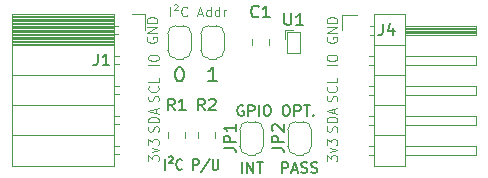
<source format=gbr>
G04 #@! TF.GenerationSoftware,KiCad,Pcbnew,5.0.0*
G04 #@! TF.CreationDate,2018-11-11T14:48:16-05:00*
G04 #@! TF.ProjectId,Pi-Temp_Humidity,50692D54656D705F48756D6964697479,rev?*
G04 #@! TF.SameCoordinates,Original*
G04 #@! TF.FileFunction,Legend,Top*
G04 #@! TF.FilePolarity,Positive*
%FSLAX46Y46*%
G04 Gerber Fmt 4.6, Leading zero omitted, Abs format (unit mm)*
G04 Created by KiCad (PCBNEW 5.0.0) date Sun Nov 11 14:48:16 2018*
%MOMM*%
%LPD*%
G01*
G04 APERTURE LIST*
%ADD10C,0.100000*%
%ADD11C,0.150000*%
%ADD12C,0.200000*%
%ADD13C,0.120000*%
G04 APERTURE END LIST*
D10*
X200305142Y-84239047D02*
X199405142Y-84239047D01*
X199405142Y-83705714D02*
X199405142Y-83553333D01*
X199448000Y-83477142D01*
X199533714Y-83400952D01*
X199705142Y-83362857D01*
X200005142Y-83362857D01*
X200176571Y-83400952D01*
X200262285Y-83477142D01*
X200305142Y-83553333D01*
X200305142Y-83705714D01*
X200262285Y-83781904D01*
X200176571Y-83858095D01*
X200005142Y-83896190D01*
X199705142Y-83896190D01*
X199533714Y-83858095D01*
X199448000Y-83781904D01*
X199405142Y-83705714D01*
D11*
X195625428Y-93371142D02*
X195625428Y-92471142D01*
X195968285Y-92471142D01*
X196054000Y-92514000D01*
X196096857Y-92556857D01*
X196139714Y-92642571D01*
X196139714Y-92771142D01*
X196096857Y-92856857D01*
X196054000Y-92899714D01*
X195968285Y-92942571D01*
X195625428Y-92942571D01*
X196482571Y-93114000D02*
X196911142Y-93114000D01*
X196396857Y-93371142D02*
X196696857Y-92471142D01*
X196996857Y-93371142D01*
X197254000Y-93328285D02*
X197382571Y-93371142D01*
X197596857Y-93371142D01*
X197682571Y-93328285D01*
X197725428Y-93285428D01*
X197768285Y-93199714D01*
X197768285Y-93114000D01*
X197725428Y-93028285D01*
X197682571Y-92985428D01*
X197596857Y-92942571D01*
X197425428Y-92899714D01*
X197339714Y-92856857D01*
X197296857Y-92814000D01*
X197254000Y-92728285D01*
X197254000Y-92642571D01*
X197296857Y-92556857D01*
X197339714Y-92514000D01*
X197425428Y-92471142D01*
X197639714Y-92471142D01*
X197768285Y-92514000D01*
X198111142Y-93328285D02*
X198239714Y-93371142D01*
X198454000Y-93371142D01*
X198539714Y-93328285D01*
X198582571Y-93285428D01*
X198625428Y-93199714D01*
X198625428Y-93114000D01*
X198582571Y-93028285D01*
X198539714Y-92985428D01*
X198454000Y-92942571D01*
X198282571Y-92899714D01*
X198196857Y-92856857D01*
X198154000Y-92814000D01*
X198111142Y-92728285D01*
X198111142Y-92642571D01*
X198154000Y-92556857D01*
X198196857Y-92514000D01*
X198282571Y-92471142D01*
X198496857Y-92471142D01*
X198625428Y-92514000D01*
X192225714Y-93371142D02*
X192225714Y-92471142D01*
X192654285Y-93371142D02*
X192654285Y-92471142D01*
X193168571Y-93371142D01*
X193168571Y-92471142D01*
X193468571Y-92471142D02*
X193982857Y-92471142D01*
X193725714Y-93371142D02*
X193725714Y-92471142D01*
X192350571Y-87688000D02*
X192264857Y-87645142D01*
X192136285Y-87645142D01*
X192007714Y-87688000D01*
X191922000Y-87773714D01*
X191879142Y-87859428D01*
X191836285Y-88030857D01*
X191836285Y-88159428D01*
X191879142Y-88330857D01*
X191922000Y-88416571D01*
X192007714Y-88502285D01*
X192136285Y-88545142D01*
X192222000Y-88545142D01*
X192350571Y-88502285D01*
X192393428Y-88459428D01*
X192393428Y-88159428D01*
X192222000Y-88159428D01*
X192779142Y-88545142D02*
X192779142Y-87645142D01*
X193122000Y-87645142D01*
X193207714Y-87688000D01*
X193250571Y-87730857D01*
X193293428Y-87816571D01*
X193293428Y-87945142D01*
X193250571Y-88030857D01*
X193207714Y-88073714D01*
X193122000Y-88116571D01*
X192779142Y-88116571D01*
X193679142Y-88545142D02*
X193679142Y-87645142D01*
X194279142Y-87645142D02*
X194450571Y-87645142D01*
X194536285Y-87688000D01*
X194622000Y-87773714D01*
X194664857Y-87945142D01*
X194664857Y-88245142D01*
X194622000Y-88416571D01*
X194536285Y-88502285D01*
X194450571Y-88545142D01*
X194279142Y-88545142D01*
X194193428Y-88502285D01*
X194107714Y-88416571D01*
X194064857Y-88245142D01*
X194064857Y-87945142D01*
X194107714Y-87773714D01*
X194193428Y-87688000D01*
X194279142Y-87645142D01*
X195907714Y-87645142D02*
X196079142Y-87645142D01*
X196164857Y-87688000D01*
X196250571Y-87773714D01*
X196293428Y-87945142D01*
X196293428Y-88245142D01*
X196250571Y-88416571D01*
X196164857Y-88502285D01*
X196079142Y-88545142D01*
X195907714Y-88545142D01*
X195822000Y-88502285D01*
X195736285Y-88416571D01*
X195693428Y-88245142D01*
X195693428Y-87945142D01*
X195736285Y-87773714D01*
X195822000Y-87688000D01*
X195907714Y-87645142D01*
X196679142Y-88545142D02*
X196679142Y-87645142D01*
X197022000Y-87645142D01*
X197107714Y-87688000D01*
X197150571Y-87730857D01*
X197193428Y-87816571D01*
X197193428Y-87945142D01*
X197150571Y-88030857D01*
X197107714Y-88073714D01*
X197022000Y-88116571D01*
X196679142Y-88116571D01*
X197450571Y-87645142D02*
X197964857Y-87645142D01*
X197707714Y-88545142D02*
X197707714Y-87645142D01*
X198264857Y-88459428D02*
X198307714Y-88502285D01*
X198264857Y-88545142D01*
X198222000Y-88502285D01*
X198264857Y-88459428D01*
X198264857Y-88545142D01*
D12*
X190080857Y-85632857D02*
X189395142Y-85632857D01*
X189738000Y-85632857D02*
X189738000Y-84432857D01*
X189623714Y-84604285D01*
X189509428Y-84718571D01*
X189395142Y-84775714D01*
X187001142Y-84432857D02*
X186886857Y-84432857D01*
X186772571Y-84490000D01*
X186715428Y-84547142D01*
X186658285Y-84661428D01*
X186601142Y-84890000D01*
X186601142Y-85175714D01*
X186658285Y-85404285D01*
X186715428Y-85518571D01*
X186772571Y-85575714D01*
X186886857Y-85632857D01*
X187001142Y-85632857D01*
X187115428Y-85575714D01*
X187172571Y-85518571D01*
X187229714Y-85404285D01*
X187286857Y-85175714D01*
X187286857Y-84890000D01*
X187229714Y-84661428D01*
X187172571Y-84547142D01*
X187115428Y-84490000D01*
X187001142Y-84432857D01*
D10*
X199448000Y-81889523D02*
X199405142Y-81965714D01*
X199405142Y-82080000D01*
X199448000Y-82194285D01*
X199533714Y-82270476D01*
X199619428Y-82308571D01*
X199790857Y-82346666D01*
X199919428Y-82346666D01*
X200090857Y-82308571D01*
X200176571Y-82270476D01*
X200262285Y-82194285D01*
X200305142Y-82080000D01*
X200305142Y-82003809D01*
X200262285Y-81889523D01*
X200219428Y-81851428D01*
X199919428Y-81851428D01*
X199919428Y-82003809D01*
X200305142Y-81508571D02*
X199405142Y-81508571D01*
X200305142Y-81051428D01*
X199405142Y-81051428D01*
X200305142Y-80670476D02*
X199405142Y-80670476D01*
X199405142Y-80480000D01*
X199448000Y-80365714D01*
X199533714Y-80289523D01*
X199619428Y-80251428D01*
X199790857Y-80213333D01*
X199919428Y-80213333D01*
X200090857Y-80251428D01*
X200176571Y-80289523D01*
X200262285Y-80365714D01*
X200305142Y-80480000D01*
X200305142Y-80670476D01*
X200262285Y-87312380D02*
X200305142Y-87198095D01*
X200305142Y-87007619D01*
X200262285Y-86931428D01*
X200219428Y-86893333D01*
X200133714Y-86855238D01*
X200048000Y-86855238D01*
X199962285Y-86893333D01*
X199919428Y-86931428D01*
X199876571Y-87007619D01*
X199833714Y-87160000D01*
X199790857Y-87236190D01*
X199748000Y-87274285D01*
X199662285Y-87312380D01*
X199576571Y-87312380D01*
X199490857Y-87274285D01*
X199448000Y-87236190D01*
X199405142Y-87160000D01*
X199405142Y-86969523D01*
X199448000Y-86855238D01*
X200219428Y-86055238D02*
X200262285Y-86093333D01*
X200305142Y-86207619D01*
X200305142Y-86283809D01*
X200262285Y-86398095D01*
X200176571Y-86474285D01*
X200090857Y-86512380D01*
X199919428Y-86550476D01*
X199790857Y-86550476D01*
X199619428Y-86512380D01*
X199533714Y-86474285D01*
X199448000Y-86398095D01*
X199405142Y-86283809D01*
X199405142Y-86207619D01*
X199448000Y-86093333D01*
X199490857Y-86055238D01*
X200305142Y-85331428D02*
X200305142Y-85712380D01*
X199405142Y-85712380D01*
X200262285Y-89871428D02*
X200305142Y-89757142D01*
X200305142Y-89566666D01*
X200262285Y-89490476D01*
X200219428Y-89452380D01*
X200133714Y-89414285D01*
X200048000Y-89414285D01*
X199962285Y-89452380D01*
X199919428Y-89490476D01*
X199876571Y-89566666D01*
X199833714Y-89719047D01*
X199790857Y-89795238D01*
X199748000Y-89833333D01*
X199662285Y-89871428D01*
X199576571Y-89871428D01*
X199490857Y-89833333D01*
X199448000Y-89795238D01*
X199405142Y-89719047D01*
X199405142Y-89528571D01*
X199448000Y-89414285D01*
X200305142Y-89071428D02*
X199405142Y-89071428D01*
X199405142Y-88880952D01*
X199448000Y-88766666D01*
X199533714Y-88690476D01*
X199619428Y-88652380D01*
X199790857Y-88614285D01*
X199919428Y-88614285D01*
X200090857Y-88652380D01*
X200176571Y-88690476D01*
X200262285Y-88766666D01*
X200305142Y-88880952D01*
X200305142Y-89071428D01*
X200048000Y-88309523D02*
X200048000Y-87928571D01*
X200305142Y-88385714D02*
X199405142Y-88119047D01*
X200305142Y-87852380D01*
X199405142Y-92392380D02*
X199405142Y-91897142D01*
X199748000Y-92163809D01*
X199748000Y-92049523D01*
X199790857Y-91973333D01*
X199833714Y-91935238D01*
X199919428Y-91897142D01*
X200133714Y-91897142D01*
X200219428Y-91935238D01*
X200262285Y-91973333D01*
X200305142Y-92049523D01*
X200305142Y-92278095D01*
X200262285Y-92354285D01*
X200219428Y-92392380D01*
X199705142Y-91630476D02*
X200305142Y-91440000D01*
X199705142Y-91249523D01*
X199405142Y-91020952D02*
X199405142Y-90525714D01*
X199748000Y-90792380D01*
X199748000Y-90678095D01*
X199790857Y-90601904D01*
X199833714Y-90563809D01*
X199919428Y-90525714D01*
X200133714Y-90525714D01*
X200219428Y-90563809D01*
X200262285Y-90601904D01*
X200305142Y-90678095D01*
X200305142Y-90906666D01*
X200262285Y-90982857D01*
X200219428Y-91020952D01*
X184208000Y-81889523D02*
X184165142Y-81965714D01*
X184165142Y-82080000D01*
X184208000Y-82194285D01*
X184293714Y-82270476D01*
X184379428Y-82308571D01*
X184550857Y-82346666D01*
X184679428Y-82346666D01*
X184850857Y-82308571D01*
X184936571Y-82270476D01*
X185022285Y-82194285D01*
X185065142Y-82080000D01*
X185065142Y-82003809D01*
X185022285Y-81889523D01*
X184979428Y-81851428D01*
X184679428Y-81851428D01*
X184679428Y-82003809D01*
X185065142Y-81508571D02*
X184165142Y-81508571D01*
X185065142Y-81051428D01*
X184165142Y-81051428D01*
X185065142Y-80670476D02*
X184165142Y-80670476D01*
X184165142Y-80480000D01*
X184208000Y-80365714D01*
X184293714Y-80289523D01*
X184379428Y-80251428D01*
X184550857Y-80213333D01*
X184679428Y-80213333D01*
X184850857Y-80251428D01*
X184936571Y-80289523D01*
X185022285Y-80365714D01*
X185065142Y-80480000D01*
X185065142Y-80670476D01*
X185192142Y-84239047D02*
X184292142Y-84239047D01*
X184292142Y-83705714D02*
X184292142Y-83553333D01*
X184335000Y-83477142D01*
X184420714Y-83400952D01*
X184592142Y-83362857D01*
X184892142Y-83362857D01*
X185063571Y-83400952D01*
X185149285Y-83477142D01*
X185192142Y-83553333D01*
X185192142Y-83705714D01*
X185149285Y-83781904D01*
X185063571Y-83858095D01*
X184892142Y-83896190D01*
X184592142Y-83896190D01*
X184420714Y-83858095D01*
X184335000Y-83781904D01*
X184292142Y-83705714D01*
X185149285Y-87312380D02*
X185192142Y-87198095D01*
X185192142Y-87007619D01*
X185149285Y-86931428D01*
X185106428Y-86893333D01*
X185020714Y-86855238D01*
X184935000Y-86855238D01*
X184849285Y-86893333D01*
X184806428Y-86931428D01*
X184763571Y-87007619D01*
X184720714Y-87160000D01*
X184677857Y-87236190D01*
X184635000Y-87274285D01*
X184549285Y-87312380D01*
X184463571Y-87312380D01*
X184377857Y-87274285D01*
X184335000Y-87236190D01*
X184292142Y-87160000D01*
X184292142Y-86969523D01*
X184335000Y-86855238D01*
X185106428Y-86055238D02*
X185149285Y-86093333D01*
X185192142Y-86207619D01*
X185192142Y-86283809D01*
X185149285Y-86398095D01*
X185063571Y-86474285D01*
X184977857Y-86512380D01*
X184806428Y-86550476D01*
X184677857Y-86550476D01*
X184506428Y-86512380D01*
X184420714Y-86474285D01*
X184335000Y-86398095D01*
X184292142Y-86283809D01*
X184292142Y-86207619D01*
X184335000Y-86093333D01*
X184377857Y-86055238D01*
X185192142Y-85331428D02*
X185192142Y-85712380D01*
X184292142Y-85712380D01*
X185149285Y-89871428D02*
X185192142Y-89757142D01*
X185192142Y-89566666D01*
X185149285Y-89490476D01*
X185106428Y-89452380D01*
X185020714Y-89414285D01*
X184935000Y-89414285D01*
X184849285Y-89452380D01*
X184806428Y-89490476D01*
X184763571Y-89566666D01*
X184720714Y-89719047D01*
X184677857Y-89795238D01*
X184635000Y-89833333D01*
X184549285Y-89871428D01*
X184463571Y-89871428D01*
X184377857Y-89833333D01*
X184335000Y-89795238D01*
X184292142Y-89719047D01*
X184292142Y-89528571D01*
X184335000Y-89414285D01*
X185192142Y-89071428D02*
X184292142Y-89071428D01*
X184292142Y-88880952D01*
X184335000Y-88766666D01*
X184420714Y-88690476D01*
X184506428Y-88652380D01*
X184677857Y-88614285D01*
X184806428Y-88614285D01*
X184977857Y-88652380D01*
X185063571Y-88690476D01*
X185149285Y-88766666D01*
X185192142Y-88880952D01*
X185192142Y-89071428D01*
X184935000Y-88309523D02*
X184935000Y-87928571D01*
X185192142Y-88385714D02*
X184292142Y-88119047D01*
X185192142Y-87852380D01*
X184292142Y-92392380D02*
X184292142Y-91897142D01*
X184635000Y-92163809D01*
X184635000Y-92049523D01*
X184677857Y-91973333D01*
X184720714Y-91935238D01*
X184806428Y-91897142D01*
X185020714Y-91897142D01*
X185106428Y-91935238D01*
X185149285Y-91973333D01*
X185192142Y-92049523D01*
X185192142Y-92278095D01*
X185149285Y-92354285D01*
X185106428Y-92392380D01*
X184592142Y-91630476D02*
X185192142Y-91440000D01*
X184592142Y-91249523D01*
X184292142Y-91020952D02*
X184292142Y-90525714D01*
X184635000Y-90792380D01*
X184635000Y-90678095D01*
X184677857Y-90601904D01*
X184720714Y-90563809D01*
X184806428Y-90525714D01*
X185020714Y-90525714D01*
X185106428Y-90563809D01*
X185149285Y-90601904D01*
X185192142Y-90678095D01*
X185192142Y-90906666D01*
X185149285Y-90982857D01*
X185106428Y-91020952D01*
X186144190Y-80117904D02*
X186144190Y-79317904D01*
X186487047Y-79127428D02*
X186563238Y-79089333D01*
X186677523Y-79089333D01*
X186753714Y-79127428D01*
X186791809Y-79203619D01*
X186791809Y-79279809D01*
X186753714Y-79356000D01*
X186487047Y-79622666D01*
X186791809Y-79622666D01*
X187591809Y-80041714D02*
X187553714Y-80079809D01*
X187439428Y-80117904D01*
X187363238Y-80117904D01*
X187248952Y-80079809D01*
X187172761Y-80003619D01*
X187134666Y-79927428D01*
X187096571Y-79775047D01*
X187096571Y-79660761D01*
X187134666Y-79508380D01*
X187172761Y-79432190D01*
X187248952Y-79356000D01*
X187363238Y-79317904D01*
X187439428Y-79317904D01*
X187553714Y-79356000D01*
X187591809Y-79394095D01*
X188506095Y-79889333D02*
X188887047Y-79889333D01*
X188429904Y-80117904D02*
X188696571Y-79317904D01*
X188963238Y-80117904D01*
X189572761Y-80117904D02*
X189572761Y-79317904D01*
X189572761Y-80079809D02*
X189496571Y-80117904D01*
X189344190Y-80117904D01*
X189268000Y-80079809D01*
X189229904Y-80041714D01*
X189191809Y-79965523D01*
X189191809Y-79736952D01*
X189229904Y-79660761D01*
X189268000Y-79622666D01*
X189344190Y-79584571D01*
X189496571Y-79584571D01*
X189572761Y-79622666D01*
X190296571Y-80117904D02*
X190296571Y-79317904D01*
X190296571Y-80079809D02*
X190220380Y-80117904D01*
X190068000Y-80117904D01*
X189991809Y-80079809D01*
X189953714Y-80041714D01*
X189915619Y-79965523D01*
X189915619Y-79736952D01*
X189953714Y-79660761D01*
X189991809Y-79622666D01*
X190068000Y-79584571D01*
X190220380Y-79584571D01*
X190296571Y-79622666D01*
X190677523Y-80117904D02*
X190677523Y-79584571D01*
X190677523Y-79736952D02*
X190715619Y-79660761D01*
X190753714Y-79622666D01*
X190829904Y-79584571D01*
X190906095Y-79584571D01*
D11*
X185712380Y-93117142D02*
X185712380Y-92217142D01*
X186055238Y-92002857D02*
X186131428Y-91960000D01*
X186245714Y-91960000D01*
X186321904Y-92002857D01*
X186360000Y-92088571D01*
X186360000Y-92174285D01*
X186321904Y-92260000D01*
X186055238Y-92560000D01*
X186360000Y-92560000D01*
X187160000Y-93031428D02*
X187121904Y-93074285D01*
X187007619Y-93117142D01*
X186931428Y-93117142D01*
X186817142Y-93074285D01*
X186740952Y-92988571D01*
X186702857Y-92902857D01*
X186664761Y-92731428D01*
X186664761Y-92602857D01*
X186702857Y-92431428D01*
X186740952Y-92345714D01*
X186817142Y-92260000D01*
X186931428Y-92217142D01*
X187007619Y-92217142D01*
X187121904Y-92260000D01*
X187160000Y-92302857D01*
X188112380Y-93117142D02*
X188112380Y-92217142D01*
X188417142Y-92217142D01*
X188493333Y-92260000D01*
X188531428Y-92302857D01*
X188569523Y-92388571D01*
X188569523Y-92517142D01*
X188531428Y-92602857D01*
X188493333Y-92645714D01*
X188417142Y-92688571D01*
X188112380Y-92688571D01*
X189483809Y-92174285D02*
X188798095Y-93331428D01*
X189750476Y-92217142D02*
X189750476Y-92945714D01*
X189788571Y-93031428D01*
X189826666Y-93074285D01*
X189902857Y-93117142D01*
X190055238Y-93117142D01*
X190131428Y-93074285D01*
X190169523Y-93031428D01*
X190207619Y-92945714D01*
X190207619Y-92217142D01*
D13*
G04 #@! TO.C,JP2*
X196104000Y-89724000D02*
G75*
G02X196804000Y-89024000I700000J0D01*
G01*
X197404000Y-89024000D02*
G75*
G02X198104000Y-89724000I0J-700000D01*
G01*
X198104000Y-91124000D02*
G75*
G02X197404000Y-91824000I-700000J0D01*
G01*
X196804000Y-91824000D02*
G75*
G02X196104000Y-91124000I0J700000D01*
G01*
X197404000Y-91824000D02*
X196804000Y-91824000D01*
X198104000Y-89724000D02*
X198104000Y-91124000D01*
X196804000Y-89024000D02*
X197404000Y-89024000D01*
X196104000Y-91124000D02*
X196104000Y-89724000D01*
G04 #@! TO.C,JP4*
X185944000Y-81596000D02*
G75*
G02X186644000Y-80896000I700000J0D01*
G01*
X187244000Y-80896000D02*
G75*
G02X187944000Y-81596000I0J-700000D01*
G01*
X187944000Y-82996000D02*
G75*
G02X187244000Y-83696000I-700000J0D01*
G01*
X186644000Y-83696000D02*
G75*
G02X185944000Y-82996000I0J700000D01*
G01*
X187244000Y-83696000D02*
X186644000Y-83696000D01*
X187944000Y-81596000D02*
X187944000Y-82996000D01*
X186644000Y-80896000D02*
X187244000Y-80896000D01*
X185944000Y-82996000D02*
X185944000Y-81596000D01*
G04 #@! TO.C,JP3*
X190738000Y-81596000D02*
X190738000Y-82996000D01*
X190038000Y-83696000D02*
X189438000Y-83696000D01*
X188738000Y-82996000D02*
X188738000Y-81596000D01*
X189438000Y-80896000D02*
X190038000Y-80896000D01*
X190038000Y-80896000D02*
G75*
G02X190738000Y-81596000I0J-700000D01*
G01*
X188738000Y-81596000D02*
G75*
G02X189438000Y-80896000I700000J0D01*
G01*
X189438000Y-83696000D02*
G75*
G02X188738000Y-82996000I0J700000D01*
G01*
X190738000Y-82996000D02*
G75*
G02X190038000Y-83696000I-700000J0D01*
G01*
G04 #@! TO.C,JP1*
X192040000Y-89724000D02*
G75*
G02X192740000Y-89024000I700000J0D01*
G01*
X193340000Y-89024000D02*
G75*
G02X194040000Y-89724000I0J-700000D01*
G01*
X194040000Y-91124000D02*
G75*
G02X193340000Y-91824000I-700000J0D01*
G01*
X192740000Y-91824000D02*
G75*
G02X192040000Y-91124000I0J700000D01*
G01*
X193340000Y-91824000D02*
X192740000Y-91824000D01*
X194040000Y-89724000D02*
X194040000Y-91124000D01*
X192740000Y-89024000D02*
X193340000Y-89024000D01*
X192040000Y-91124000D02*
X192040000Y-89724000D01*
G04 #@! TO.C,U1*
X196042000Y-81446000D02*
X196042000Y-83196000D01*
X197142000Y-81446000D02*
X196042000Y-81446000D01*
X197142000Y-81446000D02*
X197142000Y-83196000D01*
X196042000Y-83196000D02*
X197142000Y-83196000D01*
X196592000Y-81246000D02*
X195842000Y-81246000D01*
X195842000Y-81246000D02*
X195842000Y-81996000D01*
G04 #@! TO.C,J4*
X203370000Y-79950000D02*
X203370000Y-92770000D01*
X203370000Y-92770000D02*
X206030000Y-92770000D01*
X206030000Y-92770000D02*
X206030000Y-79950000D01*
X206030000Y-79950000D02*
X203370000Y-79950000D01*
X206030000Y-80900000D02*
X212030000Y-80900000D01*
X212030000Y-80900000D02*
X212030000Y-81660000D01*
X212030000Y-81660000D02*
X206030000Y-81660000D01*
X206030000Y-80960000D02*
X212030000Y-80960000D01*
X206030000Y-81080000D02*
X212030000Y-81080000D01*
X206030000Y-81200000D02*
X212030000Y-81200000D01*
X206030000Y-81320000D02*
X212030000Y-81320000D01*
X206030000Y-81440000D02*
X212030000Y-81440000D01*
X206030000Y-81560000D02*
X212030000Y-81560000D01*
X203040000Y-80900000D02*
X203370000Y-80900000D01*
X203040000Y-81660000D02*
X203370000Y-81660000D01*
X203370000Y-82550000D02*
X206030000Y-82550000D01*
X206030000Y-83440000D02*
X212030000Y-83440000D01*
X212030000Y-83440000D02*
X212030000Y-84200000D01*
X212030000Y-84200000D02*
X206030000Y-84200000D01*
X202972929Y-83440000D02*
X203370000Y-83440000D01*
X202972929Y-84200000D02*
X203370000Y-84200000D01*
X203370000Y-85090000D02*
X206030000Y-85090000D01*
X206030000Y-85980000D02*
X212030000Y-85980000D01*
X212030000Y-85980000D02*
X212030000Y-86740000D01*
X212030000Y-86740000D02*
X206030000Y-86740000D01*
X202972929Y-85980000D02*
X203370000Y-85980000D01*
X202972929Y-86740000D02*
X203370000Y-86740000D01*
X203370000Y-87630000D02*
X206030000Y-87630000D01*
X206030000Y-88520000D02*
X212030000Y-88520000D01*
X212030000Y-88520000D02*
X212030000Y-89280000D01*
X212030000Y-89280000D02*
X206030000Y-89280000D01*
X202972929Y-88520000D02*
X203370000Y-88520000D01*
X202972929Y-89280000D02*
X203370000Y-89280000D01*
X203370000Y-90170000D02*
X206030000Y-90170000D01*
X206030000Y-91060000D02*
X212030000Y-91060000D01*
X212030000Y-91060000D02*
X212030000Y-91820000D01*
X212030000Y-91820000D02*
X206030000Y-91820000D01*
X202972929Y-91060000D02*
X203370000Y-91060000D01*
X202972929Y-91820000D02*
X203370000Y-91820000D01*
X200660000Y-81280000D02*
X200660000Y-80010000D01*
X200660000Y-80010000D02*
X201930000Y-80010000D01*
G04 #@! TO.C,J1*
X172790000Y-80070000D02*
X181420000Y-80070000D01*
X172790000Y-80188095D02*
X181420000Y-80188095D01*
X172790000Y-80306190D02*
X181420000Y-80306190D01*
X172790000Y-80424285D02*
X181420000Y-80424285D01*
X172790000Y-80542380D02*
X181420000Y-80542380D01*
X172790000Y-80660475D02*
X181420000Y-80660475D01*
X172790000Y-80778570D02*
X181420000Y-80778570D01*
X172790000Y-80896665D02*
X181420000Y-80896665D01*
X172790000Y-81014760D02*
X181420000Y-81014760D01*
X172790000Y-81132855D02*
X181420000Y-81132855D01*
X172790000Y-81250950D02*
X181420000Y-81250950D01*
X172790000Y-81369045D02*
X181420000Y-81369045D01*
X172790000Y-81487140D02*
X181420000Y-81487140D01*
X172790000Y-81605235D02*
X181420000Y-81605235D01*
X172790000Y-81723330D02*
X181420000Y-81723330D01*
X172790000Y-81841425D02*
X181420000Y-81841425D01*
X172790000Y-81959520D02*
X181420000Y-81959520D01*
X172790000Y-82077615D02*
X181420000Y-82077615D01*
X172790000Y-82195710D02*
X181420000Y-82195710D01*
X172790000Y-82313805D02*
X181420000Y-82313805D01*
X172790000Y-82431900D02*
X181420000Y-82431900D01*
X181420000Y-80920000D02*
X181770000Y-80920000D01*
X181420000Y-81640000D02*
X181770000Y-81640000D01*
X181420000Y-83460000D02*
X181830000Y-83460000D01*
X181420000Y-84180000D02*
X181830000Y-84180000D01*
X181420000Y-86000000D02*
X181830000Y-86000000D01*
X181420000Y-86720000D02*
X181830000Y-86720000D01*
X181420000Y-88540000D02*
X181830000Y-88540000D01*
X181420000Y-89260000D02*
X181830000Y-89260000D01*
X181420000Y-91080000D02*
X181830000Y-91080000D01*
X181420000Y-91800000D02*
X181830000Y-91800000D01*
X172790000Y-82550000D02*
X181420000Y-82550000D01*
X172790000Y-85090000D02*
X181420000Y-85090000D01*
X172790000Y-87630000D02*
X181420000Y-87630000D01*
X172790000Y-90170000D02*
X181420000Y-90170000D01*
X172790000Y-79950000D02*
X181420000Y-79950000D01*
X181420000Y-79950000D02*
X181420000Y-92770000D01*
X172790000Y-92770000D02*
X181420000Y-92770000D01*
X172790000Y-79950000D02*
X172790000Y-92770000D01*
X183990000Y-79950000D02*
X183990000Y-81280000D01*
X182880000Y-79950000D02*
X183990000Y-79950000D01*
G04 #@! TO.C,C1*
X194512000Y-82037422D02*
X194512000Y-82554578D01*
X193092000Y-82037422D02*
X193092000Y-82554578D01*
G04 #@! TO.C,R2*
X189940000Y-90428578D02*
X189940000Y-89911422D01*
X188520000Y-90428578D02*
X188520000Y-89911422D01*
G04 #@! TO.C,R1*
X185980000Y-90428578D02*
X185980000Y-89911422D01*
X187400000Y-90428578D02*
X187400000Y-89911422D01*
G04 #@! TO.C,JP2*
D11*
X194756380Y-91257333D02*
X195470666Y-91257333D01*
X195613523Y-91304952D01*
X195708761Y-91400190D01*
X195756380Y-91543047D01*
X195756380Y-91638285D01*
X195756380Y-90781142D02*
X194756380Y-90781142D01*
X194756380Y-90400190D01*
X194804000Y-90304952D01*
X194851619Y-90257333D01*
X194946857Y-90209714D01*
X195089714Y-90209714D01*
X195184952Y-90257333D01*
X195232571Y-90304952D01*
X195280190Y-90400190D01*
X195280190Y-90781142D01*
X194851619Y-89828761D02*
X194804000Y-89781142D01*
X194756380Y-89685904D01*
X194756380Y-89447809D01*
X194804000Y-89352571D01*
X194851619Y-89304952D01*
X194946857Y-89257333D01*
X195042095Y-89257333D01*
X195184952Y-89304952D01*
X195756380Y-89876380D01*
X195756380Y-89257333D01*
G04 #@! TO.C,JP1*
X190692380Y-91257333D02*
X191406666Y-91257333D01*
X191549523Y-91304952D01*
X191644761Y-91400190D01*
X191692380Y-91543047D01*
X191692380Y-91638285D01*
X191692380Y-90781142D02*
X190692380Y-90781142D01*
X190692380Y-90400190D01*
X190740000Y-90304952D01*
X190787619Y-90257333D01*
X190882857Y-90209714D01*
X191025714Y-90209714D01*
X191120952Y-90257333D01*
X191168571Y-90304952D01*
X191216190Y-90400190D01*
X191216190Y-90781142D01*
X191692380Y-89257333D02*
X191692380Y-89828761D01*
X191692380Y-89543047D02*
X190692380Y-89543047D01*
X190835238Y-89638285D01*
X190930476Y-89733523D01*
X190978095Y-89828761D01*
G04 #@! TO.C,U1*
X195830095Y-79848380D02*
X195830095Y-80657904D01*
X195877714Y-80753142D01*
X195925333Y-80800761D01*
X196020571Y-80848380D01*
X196211047Y-80848380D01*
X196306285Y-80800761D01*
X196353904Y-80753142D01*
X196401523Y-80657904D01*
X196401523Y-79848380D01*
X197401523Y-80848380D02*
X196830095Y-80848380D01*
X197115809Y-80848380D02*
X197115809Y-79848380D01*
X197020571Y-79991238D01*
X196925333Y-80086476D01*
X196830095Y-80134095D01*
G04 #@! TO.C,J4*
X204136666Y-80732380D02*
X204136666Y-81446666D01*
X204089047Y-81589523D01*
X203993809Y-81684761D01*
X203850952Y-81732380D01*
X203755714Y-81732380D01*
X205041428Y-81065714D02*
X205041428Y-81732380D01*
X204803333Y-80684761D02*
X204565238Y-81399047D01*
X205184285Y-81399047D01*
G04 #@! TO.C,J1*
X180006666Y-83272380D02*
X180006666Y-83986666D01*
X179959047Y-84129523D01*
X179863809Y-84224761D01*
X179720952Y-84272380D01*
X179625714Y-84272380D01*
X181006666Y-84272380D02*
X180435238Y-84272380D01*
X180720952Y-84272380D02*
X180720952Y-83272380D01*
X180625714Y-83415238D01*
X180530476Y-83510476D01*
X180435238Y-83558095D01*
G04 #@! TO.C,C1*
X193635333Y-80113142D02*
X193587714Y-80160761D01*
X193444857Y-80208380D01*
X193349619Y-80208380D01*
X193206761Y-80160761D01*
X193111523Y-80065523D01*
X193063904Y-79970285D01*
X193016285Y-79779809D01*
X193016285Y-79636952D01*
X193063904Y-79446476D01*
X193111523Y-79351238D01*
X193206761Y-79256000D01*
X193349619Y-79208380D01*
X193444857Y-79208380D01*
X193587714Y-79256000D01*
X193635333Y-79303619D01*
X194587714Y-80208380D02*
X194016285Y-80208380D01*
X194302000Y-80208380D02*
X194302000Y-79208380D01*
X194206761Y-79351238D01*
X194111523Y-79446476D01*
X194016285Y-79494095D01*
G04 #@! TO.C,R2*
X189063333Y-88082380D02*
X188730000Y-87606190D01*
X188491904Y-88082380D02*
X188491904Y-87082380D01*
X188872857Y-87082380D01*
X188968095Y-87130000D01*
X189015714Y-87177619D01*
X189063333Y-87272857D01*
X189063333Y-87415714D01*
X189015714Y-87510952D01*
X188968095Y-87558571D01*
X188872857Y-87606190D01*
X188491904Y-87606190D01*
X189444285Y-87177619D02*
X189491904Y-87130000D01*
X189587142Y-87082380D01*
X189825238Y-87082380D01*
X189920476Y-87130000D01*
X189968095Y-87177619D01*
X190015714Y-87272857D01*
X190015714Y-87368095D01*
X189968095Y-87510952D01*
X189396666Y-88082380D01*
X190015714Y-88082380D01*
G04 #@! TO.C,R1*
X186523333Y-88082380D02*
X186190000Y-87606190D01*
X185951904Y-88082380D02*
X185951904Y-87082380D01*
X186332857Y-87082380D01*
X186428095Y-87130000D01*
X186475714Y-87177619D01*
X186523333Y-87272857D01*
X186523333Y-87415714D01*
X186475714Y-87510952D01*
X186428095Y-87558571D01*
X186332857Y-87606190D01*
X185951904Y-87606190D01*
X187475714Y-88082380D02*
X186904285Y-88082380D01*
X187190000Y-88082380D02*
X187190000Y-87082380D01*
X187094761Y-87225238D01*
X186999523Y-87320476D01*
X186904285Y-87368095D01*
G04 #@! TD*
M02*

</source>
